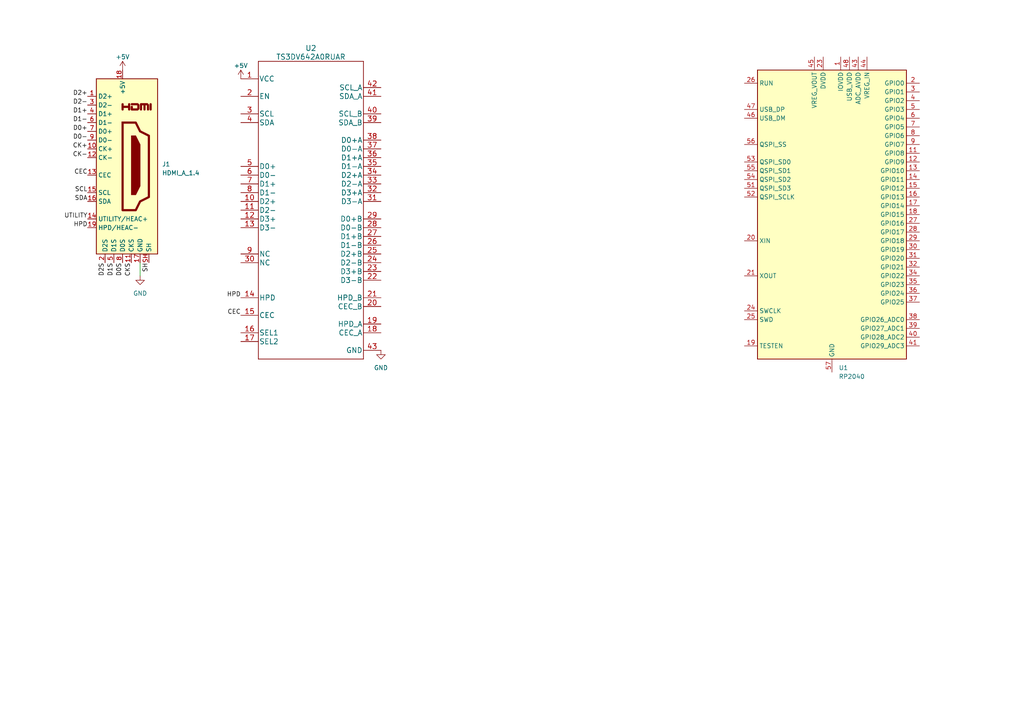
<source format=kicad_sch>
(kicad_sch (version 20230121) (generator eeschema)

  (uuid d586f62c-70f9-4a03-8772-c7cf6a61a9d8)

  (paper "A4")

  (lib_symbols
    (symbol "Connector:HDMI_A_1.4" (in_bom yes) (on_board yes)
      (property "Reference" "J" (at -6.35 26.67 0)
        (effects (font (size 1.27 1.27)))
      )
      (property "Value" "HDMI_A_1.4" (at 10.16 26.67 0)
        (effects (font (size 1.27 1.27)))
      )
      (property "Footprint" "" (at 0.635 0 0)
        (effects (font (size 1.27 1.27)) hide)
      )
      (property "Datasheet" "https://en.wikipedia.org/wiki/HDMI" (at 0.635 0 0)
        (effects (font (size 1.27 1.27)) hide)
      )
      (property "ki_keywords" "hdmi conn" (at 0 0 0)
        (effects (font (size 1.27 1.27)) hide)
      )
      (property "ki_description" "HDMI 1.4+ type A connector" (at 0 0 0)
        (effects (font (size 1.27 1.27)) hide)
      )
      (property "ki_fp_filters" "HDMI*A*" (at 0 0 0)
        (effects (font (size 1.27 1.27)) hide)
      )
      (symbol "HDMI_A_1.4_0_0"
        (polyline
          (pts
            (xy 8.128 16.51)
            (xy 8.128 18.034)
          )
          (stroke (width 0.635) (type default))
          (fill (type none))
        )
        (polyline
          (pts
            (xy 0 16.51)
            (xy 0 18.034)
            (xy 0 17.272)
            (xy 1.905 17.272)
            (xy 1.905 18.034)
            (xy 1.905 16.51)
          )
          (stroke (width 0.635) (type default))
          (fill (type none))
        )
        (polyline
          (pts
            (xy 2.667 18.034)
            (xy 4.318 18.034)
            (xy 4.572 17.78)
            (xy 4.572 16.764)
            (xy 4.318 16.51)
            (xy 2.667 16.51)
            (xy 2.667 17.272)
          )
          (stroke (width 0.635) (type default))
          (fill (type none))
        )
      )
      (symbol "HDMI_A_1.4_0_1"
        (rectangle (start -7.62 25.4) (end 10.16 -25.4)
          (stroke (width 0.254) (type default))
          (fill (type background))
        )
        (polyline
          (pts
            (xy 2.54 8.89)
            (xy 3.81 8.89)
            (xy 5.08 6.35)
            (xy 5.08 -5.715)
            (xy 3.81 -8.255)
            (xy 2.54 -8.255)
            (xy 2.54 8.89)
          )
          (stroke (width 0) (type default))
          (fill (type outline))
        )
        (polyline
          (pts
            (xy 5.334 16.51)
            (xy 5.334 18.034)
            (xy 6.35 18.034)
            (xy 6.35 16.51)
            (xy 6.35 18.034)
            (xy 7.112 18.034)
            (xy 7.366 17.78)
            (xy 7.366 16.51)
          )
          (stroke (width 0.635) (type default))
          (fill (type none))
        )
        (polyline
          (pts
            (xy 0 12.7)
            (xy 0 -12.7)
            (xy 3.81 -12.7)
            (xy 5.08 -10.16)
            (xy 7.62 -8.89)
            (xy 7.62 8.89)
            (xy 5.08 10.16)
            (xy 3.81 12.7)
            (xy 0 12.7)
          )
          (stroke (width 0.635) (type default))
          (fill (type none))
        )
      )
      (symbol "HDMI_A_1.4_1_1"
        (pin passive line (at -10.16 20.32 0) (length 2.54)
          (name "D2+" (effects (font (size 1.27 1.27))))
          (number "1" (effects (font (size 1.27 1.27))))
        )
        (pin passive line (at -10.16 5.08 0) (length 2.54)
          (name "CK+" (effects (font (size 1.27 1.27))))
          (number "10" (effects (font (size 1.27 1.27))))
        )
        (pin power_in line (at 2.54 -27.94 90) (length 2.54)
          (name "CKS" (effects (font (size 1.27 1.27))))
          (number "11" (effects (font (size 1.27 1.27))))
        )
        (pin passive line (at -10.16 2.54 0) (length 2.54)
          (name "CK-" (effects (font (size 1.27 1.27))))
          (number "12" (effects (font (size 1.27 1.27))))
        )
        (pin bidirectional line (at -10.16 -2.54 0) (length 2.54)
          (name "CEC" (effects (font (size 1.27 1.27))))
          (number "13" (effects (font (size 1.27 1.27))))
        )
        (pin passive line (at -10.16 -15.24 0) (length 2.54)
          (name "UTILITY/HEAC+" (effects (font (size 1.27 1.27))))
          (number "14" (effects (font (size 1.27 1.27))))
        )
        (pin passive line (at -10.16 -7.62 0) (length 2.54)
          (name "SCL" (effects (font (size 1.27 1.27))))
          (number "15" (effects (font (size 1.27 1.27))))
        )
        (pin bidirectional line (at -10.16 -10.16 0) (length 2.54)
          (name "SDA" (effects (font (size 1.27 1.27))))
          (number "16" (effects (font (size 1.27 1.27))))
        )
        (pin power_in line (at 5.08 -27.94 90) (length 2.54)
          (name "GND" (effects (font (size 1.27 1.27))))
          (number "17" (effects (font (size 1.27 1.27))))
        )
        (pin power_in line (at 0 27.94 270) (length 2.54)
          (name "+5V" (effects (font (size 1.27 1.27))))
          (number "18" (effects (font (size 1.27 1.27))))
        )
        (pin passive line (at -10.16 -17.78 0) (length 2.54)
          (name "HPD/HEAC-" (effects (font (size 1.27 1.27))))
          (number "19" (effects (font (size 1.27 1.27))))
        )
        (pin power_in line (at -5.08 -27.94 90) (length 2.54)
          (name "D2S" (effects (font (size 1.27 1.27))))
          (number "2" (effects (font (size 1.27 1.27))))
        )
        (pin passive line (at -10.16 17.78 0) (length 2.54)
          (name "D2-" (effects (font (size 1.27 1.27))))
          (number "3" (effects (font (size 1.27 1.27))))
        )
        (pin passive line (at -10.16 15.24 0) (length 2.54)
          (name "D1+" (effects (font (size 1.27 1.27))))
          (number "4" (effects (font (size 1.27 1.27))))
        )
        (pin power_in line (at -2.54 -27.94 90) (length 2.54)
          (name "D1S" (effects (font (size 1.27 1.27))))
          (number "5" (effects (font (size 1.27 1.27))))
        )
        (pin passive line (at -10.16 12.7 0) (length 2.54)
          (name "D1-" (effects (font (size 1.27 1.27))))
          (number "6" (effects (font (size 1.27 1.27))))
        )
        (pin passive line (at -10.16 10.16 0) (length 2.54)
          (name "D0+" (effects (font (size 1.27 1.27))))
          (number "7" (effects (font (size 1.27 1.27))))
        )
        (pin power_in line (at 0 -27.94 90) (length 2.54)
          (name "D0S" (effects (font (size 1.27 1.27))))
          (number "8" (effects (font (size 1.27 1.27))))
        )
        (pin passive line (at -10.16 7.62 0) (length 2.54)
          (name "D0-" (effects (font (size 1.27 1.27))))
          (number "9" (effects (font (size 1.27 1.27))))
        )
        (pin passive line (at 7.62 -27.94 90) (length 2.54)
          (name "SH" (effects (font (size 1.27 1.27))))
          (number "SH" (effects (font (size 1.27 1.27))))
        )
      )
    )
    (symbol "MCU_RaspberryPi:RP2040" (in_bom yes) (on_board yes)
      (property "Reference" "U" (at 17.78 45.72 0)
        (effects (font (size 1.27 1.27)))
      )
      (property "Value" "RP2040" (at 17.78 43.18 0)
        (effects (font (size 1.27 1.27)))
      )
      (property "Footprint" "Package_DFN_QFN:QFN-56-1EP_7x7mm_P0.4mm_EP3.2x3.2mm" (at 0 0 0)
        (effects (font (size 1.27 1.27)) hide)
      )
      (property "Datasheet" "https://datasheets.raspberrypi.com/rp2040/rp2040-datasheet.pdf" (at 0 0 0)
        (effects (font (size 1.27 1.27)) hide)
      )
      (property "ki_keywords" "RP2040 ARM Cortex-M0+ USB" (at 0 0 0)
        (effects (font (size 1.27 1.27)) hide)
      )
      (property "ki_description" "A microcontroller by Raspberry Pi" (at 0 0 0)
        (effects (font (size 1.27 1.27)) hide)
      )
      (property "ki_fp_filters" "QFN*1EP*7x7mm?P0.4mm*" (at 0 0 0)
        (effects (font (size 1.27 1.27)) hide)
      )
      (symbol "RP2040_0_1"
        (rectangle (start -21.59 41.91) (end 21.59 -41.91)
          (stroke (width 0.254) (type default))
          (fill (type background))
        )
      )
      (symbol "RP2040_1_1"
        (pin power_in line (at 2.54 45.72 270) (length 3.81)
          (name "IOVDD" (effects (font (size 1.27 1.27))))
          (number "1" (effects (font (size 1.27 1.27))))
        )
        (pin passive line (at 2.54 45.72 270) (length 3.81) hide
          (name "IOVDD" (effects (font (size 1.27 1.27))))
          (number "10" (effects (font (size 1.27 1.27))))
        )
        (pin bidirectional line (at 25.4 17.78 180) (length 3.81)
          (name "GPIO8" (effects (font (size 1.27 1.27))))
          (number "11" (effects (font (size 1.27 1.27))))
        )
        (pin bidirectional line (at 25.4 15.24 180) (length 3.81)
          (name "GPIO9" (effects (font (size 1.27 1.27))))
          (number "12" (effects (font (size 1.27 1.27))))
        )
        (pin bidirectional line (at 25.4 12.7 180) (length 3.81)
          (name "GPIO10" (effects (font (size 1.27 1.27))))
          (number "13" (effects (font (size 1.27 1.27))))
        )
        (pin bidirectional line (at 25.4 10.16 180) (length 3.81)
          (name "GPIO11" (effects (font (size 1.27 1.27))))
          (number "14" (effects (font (size 1.27 1.27))))
        )
        (pin bidirectional line (at 25.4 7.62 180) (length 3.81)
          (name "GPIO12" (effects (font (size 1.27 1.27))))
          (number "15" (effects (font (size 1.27 1.27))))
        )
        (pin bidirectional line (at 25.4 5.08 180) (length 3.81)
          (name "GPIO13" (effects (font (size 1.27 1.27))))
          (number "16" (effects (font (size 1.27 1.27))))
        )
        (pin bidirectional line (at 25.4 2.54 180) (length 3.81)
          (name "GPIO14" (effects (font (size 1.27 1.27))))
          (number "17" (effects (font (size 1.27 1.27))))
        )
        (pin bidirectional line (at 25.4 0 180) (length 3.81)
          (name "GPIO15" (effects (font (size 1.27 1.27))))
          (number "18" (effects (font (size 1.27 1.27))))
        )
        (pin input line (at -25.4 -38.1 0) (length 3.81)
          (name "TESTEN" (effects (font (size 1.27 1.27))))
          (number "19" (effects (font (size 1.27 1.27))))
        )
        (pin bidirectional line (at 25.4 38.1 180) (length 3.81)
          (name "GPIO0" (effects (font (size 1.27 1.27))))
          (number "2" (effects (font (size 1.27 1.27))))
        )
        (pin input line (at -25.4 -7.62 0) (length 3.81)
          (name "XIN" (effects (font (size 1.27 1.27))))
          (number "20" (effects (font (size 1.27 1.27))))
        )
        (pin passive line (at -25.4 -17.78 0) (length 3.81)
          (name "XOUT" (effects (font (size 1.27 1.27))))
          (number "21" (effects (font (size 1.27 1.27))))
        )
        (pin passive line (at 2.54 45.72 270) (length 3.81) hide
          (name "IOVDD" (effects (font (size 1.27 1.27))))
          (number "22" (effects (font (size 1.27 1.27))))
        )
        (pin power_in line (at -2.54 45.72 270) (length 3.81)
          (name "DVDD" (effects (font (size 1.27 1.27))))
          (number "23" (effects (font (size 1.27 1.27))))
        )
        (pin output line (at -25.4 -27.94 0) (length 3.81)
          (name "SWCLK" (effects (font (size 1.27 1.27))))
          (number "24" (effects (font (size 1.27 1.27))))
        )
        (pin bidirectional line (at -25.4 -30.48 0) (length 3.81)
          (name "SWD" (effects (font (size 1.27 1.27))))
          (number "25" (effects (font (size 1.27 1.27))))
        )
        (pin input line (at -25.4 38.1 0) (length 3.81)
          (name "RUN" (effects (font (size 1.27 1.27))))
          (number "26" (effects (font (size 1.27 1.27))))
        )
        (pin bidirectional line (at 25.4 -2.54 180) (length 3.81)
          (name "GPIO16" (effects (font (size 1.27 1.27))))
          (number "27" (effects (font (size 1.27 1.27))))
        )
        (pin bidirectional line (at 25.4 -5.08 180) (length 3.81)
          (name "GPIO17" (effects (font (size 1.27 1.27))))
          (number "28" (effects (font (size 1.27 1.27))))
        )
        (pin bidirectional line (at 25.4 -7.62 180) (length 3.81)
          (name "GPIO18" (effects (font (size 1.27 1.27))))
          (number "29" (effects (font (size 1.27 1.27))))
        )
        (pin bidirectional line (at 25.4 35.56 180) (length 3.81)
          (name "GPIO1" (effects (font (size 1.27 1.27))))
          (number "3" (effects (font (size 1.27 1.27))))
        )
        (pin bidirectional line (at 25.4 -10.16 180) (length 3.81)
          (name "GPIO19" (effects (font (size 1.27 1.27))))
          (number "30" (effects (font (size 1.27 1.27))))
        )
        (pin bidirectional line (at 25.4 -12.7 180) (length 3.81)
          (name "GPIO20" (effects (font (size 1.27 1.27))))
          (number "31" (effects (font (size 1.27 1.27))))
        )
        (pin bidirectional line (at 25.4 -15.24 180) (length 3.81)
          (name "GPIO21" (effects (font (size 1.27 1.27))))
          (number "32" (effects (font (size 1.27 1.27))))
        )
        (pin passive line (at 2.54 45.72 270) (length 3.81) hide
          (name "IOVDD" (effects (font (size 1.27 1.27))))
          (number "33" (effects (font (size 1.27 1.27))))
        )
        (pin bidirectional line (at 25.4 -17.78 180) (length 3.81)
          (name "GPIO22" (effects (font (size 1.27 1.27))))
          (number "34" (effects (font (size 1.27 1.27))))
        )
        (pin bidirectional line (at 25.4 -20.32 180) (length 3.81)
          (name "GPIO23" (effects (font (size 1.27 1.27))))
          (number "35" (effects (font (size 1.27 1.27))))
        )
        (pin bidirectional line (at 25.4 -22.86 180) (length 3.81)
          (name "GPIO24" (effects (font (size 1.27 1.27))))
          (number "36" (effects (font (size 1.27 1.27))))
        )
        (pin bidirectional line (at 25.4 -25.4 180) (length 3.81)
          (name "GPIO25" (effects (font (size 1.27 1.27))))
          (number "37" (effects (font (size 1.27 1.27))))
        )
        (pin bidirectional line (at 25.4 -30.48 180) (length 3.81)
          (name "GPIO26_ADC0" (effects (font (size 1.27 1.27))))
          (number "38" (effects (font (size 1.27 1.27))))
        )
        (pin bidirectional line (at 25.4 -33.02 180) (length 3.81)
          (name "GPIO27_ADC1" (effects (font (size 1.27 1.27))))
          (number "39" (effects (font (size 1.27 1.27))))
        )
        (pin bidirectional line (at 25.4 33.02 180) (length 3.81)
          (name "GPIO2" (effects (font (size 1.27 1.27))))
          (number "4" (effects (font (size 1.27 1.27))))
        )
        (pin bidirectional line (at 25.4 -35.56 180) (length 3.81)
          (name "GPIO28_ADC2" (effects (font (size 1.27 1.27))))
          (number "40" (effects (font (size 1.27 1.27))))
        )
        (pin bidirectional line (at 25.4 -38.1 180) (length 3.81)
          (name "GPIO29_ADC3" (effects (font (size 1.27 1.27))))
          (number "41" (effects (font (size 1.27 1.27))))
        )
        (pin passive line (at 2.54 45.72 270) (length 3.81) hide
          (name "IOVDD" (effects (font (size 1.27 1.27))))
          (number "42" (effects (font (size 1.27 1.27))))
        )
        (pin power_in line (at 7.62 45.72 270) (length 3.81)
          (name "ADC_AVDD" (effects (font (size 1.27 1.27))))
          (number "43" (effects (font (size 1.27 1.27))))
        )
        (pin power_in line (at 10.16 45.72 270) (length 3.81)
          (name "VREG_IN" (effects (font (size 1.27 1.27))))
          (number "44" (effects (font (size 1.27 1.27))))
        )
        (pin power_out line (at -5.08 45.72 270) (length 3.81)
          (name "VREG_VOUT" (effects (font (size 1.27 1.27))))
          (number "45" (effects (font (size 1.27 1.27))))
        )
        (pin bidirectional line (at -25.4 27.94 0) (length 3.81)
          (name "USB_DM" (effects (font (size 1.27 1.27))))
          (number "46" (effects (font (size 1.27 1.27))))
        )
        (pin bidirectional line (at -25.4 30.48 0) (length 3.81)
          (name "USB_DP" (effects (font (size 1.27 1.27))))
          (number "47" (effects (font (size 1.27 1.27))))
        )
        (pin power_in line (at 5.08 45.72 270) (length 3.81)
          (name "USB_VDD" (effects (font (size 1.27 1.27))))
          (number "48" (effects (font (size 1.27 1.27))))
        )
        (pin passive line (at 2.54 45.72 270) (length 3.81) hide
          (name "IOVDD" (effects (font (size 1.27 1.27))))
          (number "49" (effects (font (size 1.27 1.27))))
        )
        (pin bidirectional line (at 25.4 30.48 180) (length 3.81)
          (name "GPIO3" (effects (font (size 1.27 1.27))))
          (number "5" (effects (font (size 1.27 1.27))))
        )
        (pin passive line (at -2.54 45.72 270) (length 3.81) hide
          (name "DVDD" (effects (font (size 1.27 1.27))))
          (number "50" (effects (font (size 1.27 1.27))))
        )
        (pin bidirectional line (at -25.4 7.62 0) (length 3.81)
          (name "QSPI_SD3" (effects (font (size 1.27 1.27))))
          (number "51" (effects (font (size 1.27 1.27))))
        )
        (pin output line (at -25.4 5.08 0) (length 3.81)
          (name "QSPI_SCLK" (effects (font (size 1.27 1.27))))
          (number "52" (effects (font (size 1.27 1.27))))
        )
        (pin bidirectional line (at -25.4 15.24 0) (length 3.81)
          (name "QSPI_SD0" (effects (font (size 1.27 1.27))))
          (number "53" (effects (font (size 1.27 1.27))))
        )
        (pin bidirectional line (at -25.4 10.16 0) (length 3.81)
          (name "QSPI_SD2" (effects (font (size 1.27 1.27))))
          (number "54" (effects (font (size 1.27 1.27))))
        )
        (pin bidirectional line (at -25.4 12.7 0) (length 3.81)
          (name "QSPI_SD1" (effects (font (size 1.27 1.27))))
          (number "55" (effects (font (size 1.27 1.27))))
        )
        (pin bidirectional line (at -25.4 20.32 0) (length 3.81)
          (name "QSPI_SS" (effects (font (size 1.27 1.27))))
          (number "56" (effects (font (size 1.27 1.27))))
        )
        (pin power_in line (at 0 -45.72 90) (length 3.81)
          (name "GND" (effects (font (size 1.27 1.27))))
          (number "57" (effects (font (size 1.27 1.27))))
        )
        (pin bidirectional line (at 25.4 27.94 180) (length 3.81)
          (name "GPIO4" (effects (font (size 1.27 1.27))))
          (number "6" (effects (font (size 1.27 1.27))))
        )
        (pin bidirectional line (at 25.4 25.4 180) (length 3.81)
          (name "GPIO5" (effects (font (size 1.27 1.27))))
          (number "7" (effects (font (size 1.27 1.27))))
        )
        (pin bidirectional line (at 25.4 22.86 180) (length 3.81)
          (name "GPIO6" (effects (font (size 1.27 1.27))))
          (number "8" (effects (font (size 1.27 1.27))))
        )
        (pin bidirectional line (at 25.4 20.32 180) (length 3.81)
          (name "GPIO7" (effects (font (size 1.27 1.27))))
          (number "9" (effects (font (size 1.27 1.27))))
        )
      )
    )
    (symbol "TS3DV642:TS3DV642A0RUAR" (pin_names (offset 0.254)) (in_bom yes) (on_board yes)
      (property "Reference" "U" (at 0 2.54 0)
        (effects (font (size 1.524 1.524)))
      )
      (property "Value" "TS3DV642A0RUAR" (at 0 0 0)
        (effects (font (size 1.524 1.524)))
      )
      (property "Footprint" "RUA0042A" (at 0 -1.524 0)
        (effects (font (size 1.524 1.524)) hide)
      )
      (property "Datasheet" "" (at 0 0 0)
        (effects (font (size 1.524 1.524)))
      )
      (property "ki_locked" "" (at 0 0 0)
        (effects (font (size 1.27 1.27)))
      )
      (property "ki_fp_filters" "RUA0042A" (at 0 0 0)
        (effects (font (size 1.27 1.27)) hide)
      )
      (symbol "TS3DV642A0RUAR_1_1"
        (polyline
          (pts
            (xy -15.24 -43.18)
            (xy 15.24 -43.18)
          )
          (stroke (width 0.2032) (type solid))
          (fill (type none))
        )
        (polyline
          (pts
            (xy -15.24 43.18)
            (xy -15.24 -43.18)
          )
          (stroke (width 0.2032) (type solid))
          (fill (type none))
        )
        (polyline
          (pts
            (xy 15.24 -43.18)
            (xy 15.24 43.18)
          )
          (stroke (width 0.2032) (type solid))
          (fill (type none))
        )
        (polyline
          (pts
            (xy 15.24 43.18)
            (xy -15.24 43.18)
          )
          (stroke (width 0.2032) (type solid))
          (fill (type none))
        )
        (pin power_in line (at -20.32 38.1 0) (length 5.08)
          (name "VCC" (effects (font (size 1.4986 1.4986))))
          (number "1" (effects (font (size 1.4986 1.4986))))
        )
        (pin bidirectional line (at -20.32 2.54 0) (length 5.08)
          (name "D2+" (effects (font (size 1.4986 1.4986))))
          (number "10" (effects (font (size 1.4986 1.4986))))
        )
        (pin bidirectional line (at -20.32 0 0) (length 5.08)
          (name "D2-" (effects (font (size 1.4986 1.4986))))
          (number "11" (effects (font (size 1.4986 1.4986))))
        )
        (pin bidirectional line (at -20.32 -2.54 0) (length 5.08)
          (name "D3+" (effects (font (size 1.4986 1.4986))))
          (number "12" (effects (font (size 1.4986 1.4986))))
        )
        (pin bidirectional line (at -20.32 -5.08 0) (length 5.08)
          (name "D3-" (effects (font (size 1.4986 1.4986))))
          (number "13" (effects (font (size 1.4986 1.4986))))
        )
        (pin bidirectional line (at -20.32 -25.4 0) (length 5.08)
          (name "HPD" (effects (font (size 1.4986 1.4986))))
          (number "14" (effects (font (size 1.4986 1.4986))))
        )
        (pin bidirectional line (at -20.32 -30.48 0) (length 5.08)
          (name "CEC" (effects (font (size 1.4986 1.4986))))
          (number "15" (effects (font (size 1.4986 1.4986))))
        )
        (pin input line (at -20.32 -35.56 0) (length 5.08)
          (name "SEL1" (effects (font (size 1.4986 1.4986))))
          (number "16" (effects (font (size 1.4986 1.4986))))
        )
        (pin input line (at -20.32 -38.1 0) (length 5.08)
          (name "SEL2" (effects (font (size 1.4986 1.4986))))
          (number "17" (effects (font (size 1.4986 1.4986))))
        )
        (pin bidirectional line (at 20.32 -35.56 180) (length 5.08)
          (name "CEC_A" (effects (font (size 1.4986 1.4986))))
          (number "18" (effects (font (size 1.4986 1.4986))))
        )
        (pin bidirectional line (at 20.32 -33.02 180) (length 5.08)
          (name "HPD_A" (effects (font (size 1.4986 1.4986))))
          (number "19" (effects (font (size 1.4986 1.4986))))
        )
        (pin input line (at -20.32 33.02 0) (length 5.08)
          (name "EN" (effects (font (size 1.4986 1.4986))))
          (number "2" (effects (font (size 1.4986 1.4986))))
        )
        (pin bidirectional line (at 20.32 -27.94 180) (length 5.08)
          (name "CEC_B" (effects (font (size 1.4986 1.4986))))
          (number "20" (effects (font (size 1.4986 1.4986))))
        )
        (pin bidirectional line (at 20.32 -25.4 180) (length 5.08)
          (name "HPD_B" (effects (font (size 1.4986 1.4986))))
          (number "21" (effects (font (size 1.4986 1.4986))))
        )
        (pin bidirectional line (at 20.32 -20.32 180) (length 5.08)
          (name "D3-B" (effects (font (size 1.4986 1.4986))))
          (number "22" (effects (font (size 1.4986 1.4986))))
        )
        (pin bidirectional line (at 20.32 -17.78 180) (length 5.08)
          (name "D3+B" (effects (font (size 1.4986 1.4986))))
          (number "23" (effects (font (size 1.4986 1.4986))))
        )
        (pin bidirectional line (at 20.32 -15.24 180) (length 5.08)
          (name "D2-B" (effects (font (size 1.4986 1.4986))))
          (number "24" (effects (font (size 1.4986 1.4986))))
        )
        (pin bidirectional line (at 20.32 -12.7 180) (length 5.08)
          (name "D2+B" (effects (font (size 1.4986 1.4986))))
          (number "25" (effects (font (size 1.4986 1.4986))))
        )
        (pin bidirectional line (at 20.32 -10.16 180) (length 5.08)
          (name "D1-B" (effects (font (size 1.4986 1.4986))))
          (number "26" (effects (font (size 1.4986 1.4986))))
        )
        (pin bidirectional line (at 20.32 -7.62 180) (length 5.08)
          (name "D1+B" (effects (font (size 1.4986 1.4986))))
          (number "27" (effects (font (size 1.4986 1.4986))))
        )
        (pin bidirectional line (at 20.32 -5.08 180) (length 5.08)
          (name "D0-B" (effects (font (size 1.4986 1.4986))))
          (number "28" (effects (font (size 1.4986 1.4986))))
        )
        (pin bidirectional line (at 20.32 -2.54 180) (length 5.08)
          (name "D0+B" (effects (font (size 1.4986 1.4986))))
          (number "29" (effects (font (size 1.4986 1.4986))))
        )
        (pin bidirectional line (at -20.32 27.94 0) (length 5.08)
          (name "SCL" (effects (font (size 1.4986 1.4986))))
          (number "3" (effects (font (size 1.4986 1.4986))))
        )
        (pin unspecified line (at -20.32 -15.24 0) (length 5.08)
          (name "NC" (effects (font (size 1.4986 1.4986))))
          (number "30" (effects (font (size 1.4986 1.4986))))
        )
        (pin bidirectional line (at 20.32 2.54 180) (length 5.08)
          (name "D3-A" (effects (font (size 1.4986 1.4986))))
          (number "31" (effects (font (size 1.4986 1.4986))))
        )
        (pin bidirectional line (at 20.32 5.08 180) (length 5.08)
          (name "D3+A" (effects (font (size 1.4986 1.4986))))
          (number "32" (effects (font (size 1.4986 1.4986))))
        )
        (pin bidirectional line (at 20.32 7.62 180) (length 5.08)
          (name "D2-A" (effects (font (size 1.4986 1.4986))))
          (number "33" (effects (font (size 1.4986 1.4986))))
        )
        (pin bidirectional line (at 20.32 10.16 180) (length 5.08)
          (name "D2+A" (effects (font (size 1.4986 1.4986))))
          (number "34" (effects (font (size 1.4986 1.4986))))
        )
        (pin bidirectional line (at 20.32 12.7 180) (length 5.08)
          (name "D1-A" (effects (font (size 1.4986 1.4986))))
          (number "35" (effects (font (size 1.4986 1.4986))))
        )
        (pin bidirectional line (at 20.32 15.24 180) (length 5.08)
          (name "D1+A" (effects (font (size 1.4986 1.4986))))
          (number "36" (effects (font (size 1.4986 1.4986))))
        )
        (pin bidirectional line (at 20.32 17.78 180) (length 5.08)
          (name "D0-A" (effects (font (size 1.4986 1.4986))))
          (number "37" (effects (font (size 1.4986 1.4986))))
        )
        (pin bidirectional line (at 20.32 20.32 180) (length 5.08)
          (name "D0+A" (effects (font (size 1.4986 1.4986))))
          (number "38" (effects (font (size 1.4986 1.4986))))
        )
        (pin bidirectional line (at 20.32 25.4 180) (length 5.08)
          (name "SDA_B" (effects (font (size 1.4986 1.4986))))
          (number "39" (effects (font (size 1.4986 1.4986))))
        )
        (pin bidirectional line (at -20.32 25.4 0) (length 5.08)
          (name "SDA" (effects (font (size 1.4986 1.4986))))
          (number "4" (effects (font (size 1.4986 1.4986))))
        )
        (pin bidirectional line (at 20.32 27.94 180) (length 5.08)
          (name "SCL_B" (effects (font (size 1.4986 1.4986))))
          (number "40" (effects (font (size 1.4986 1.4986))))
        )
        (pin bidirectional line (at 20.32 33.02 180) (length 5.08)
          (name "SDA_A" (effects (font (size 1.4986 1.4986))))
          (number "41" (effects (font (size 1.4986 1.4986))))
        )
        (pin bidirectional line (at 20.32 35.56 180) (length 5.08)
          (name "SCL_A" (effects (font (size 1.4986 1.4986))))
          (number "42" (effects (font (size 1.4986 1.4986))))
        )
        (pin power_in line (at 20.32 -40.64 180) (length 5.08)
          (name "GND" (effects (font (size 1.4986 1.4986))))
          (number "43" (effects (font (size 1.4986 1.4986))))
        )
        (pin bidirectional line (at -20.32 12.7 0) (length 5.08)
          (name "D0+" (effects (font (size 1.4986 1.4986))))
          (number "5" (effects (font (size 1.4986 1.4986))))
        )
        (pin bidirectional line (at -20.32 10.16 0) (length 5.08)
          (name "D0-" (effects (font (size 1.4986 1.4986))))
          (number "6" (effects (font (size 1.4986 1.4986))))
        )
        (pin bidirectional line (at -20.32 7.62 0) (length 5.08)
          (name "D1+" (effects (font (size 1.4986 1.4986))))
          (number "7" (effects (font (size 1.4986 1.4986))))
        )
        (pin bidirectional line (at -20.32 5.08 0) (length 5.08)
          (name "D1-" (effects (font (size 1.4986 1.4986))))
          (number "8" (effects (font (size 1.4986 1.4986))))
        )
        (pin unspecified line (at -20.32 -12.7 0) (length 5.08)
          (name "NC" (effects (font (size 1.4986 1.4986))))
          (number "9" (effects (font (size 1.4986 1.4986))))
        )
      )
    )
    (symbol "power:+5V" (power) (pin_names (offset 0)) (in_bom yes) (on_board yes)
      (property "Reference" "#PWR" (at 0 -3.81 0)
        (effects (font (size 1.27 1.27)) hide)
      )
      (property "Value" "+5V" (at 0 3.556 0)
        (effects (font (size 1.27 1.27)))
      )
      (property "Footprint" "" (at 0 0 0)
        (effects (font (size 1.27 1.27)) hide)
      )
      (property "Datasheet" "" (at 0 0 0)
        (effects (font (size 1.27 1.27)) hide)
      )
      (property "ki_keywords" "global power" (at 0 0 0)
        (effects (font (size 1.27 1.27)) hide)
      )
      (property "ki_description" "Power symbol creates a global label with name \"+5V\"" (at 0 0 0)
        (effects (font (size 1.27 1.27)) hide)
      )
      (symbol "+5V_0_1"
        (polyline
          (pts
            (xy -0.762 1.27)
            (xy 0 2.54)
          )
          (stroke (width 0) (type default))
          (fill (type none))
        )
        (polyline
          (pts
            (xy 0 0)
            (xy 0 2.54)
          )
          (stroke (width 0) (type default))
          (fill (type none))
        )
        (polyline
          (pts
            (xy 0 2.54)
            (xy 0.762 1.27)
          )
          (stroke (width 0) (type default))
          (fill (type none))
        )
      )
      (symbol "+5V_1_1"
        (pin power_in line (at 0 0 90) (length 0) hide
          (name "+5V" (effects (font (size 1.27 1.27))))
          (number "1" (effects (font (size 1.27 1.27))))
        )
      )
    )
    (symbol "power:GND" (power) (pin_names (offset 0)) (in_bom yes) (on_board yes)
      (property "Reference" "#PWR" (at 0 -6.35 0)
        (effects (font (size 1.27 1.27)) hide)
      )
      (property "Value" "GND" (at 0 -3.81 0)
        (effects (font (size 1.27 1.27)))
      )
      (property "Footprint" "" (at 0 0 0)
        (effects (font (size 1.27 1.27)) hide)
      )
      (property "Datasheet" "" (at 0 0 0)
        (effects (font (size 1.27 1.27)) hide)
      )
      (property "ki_keywords" "global power" (at 0 0 0)
        (effects (font (size 1.27 1.27)) hide)
      )
      (property "ki_description" "Power symbol creates a global label with name \"GND\" , ground" (at 0 0 0)
        (effects (font (size 1.27 1.27)) hide)
      )
      (symbol "GND_0_1"
        (polyline
          (pts
            (xy 0 0)
            (xy 0 -1.27)
            (xy 1.27 -1.27)
            (xy 0 -2.54)
            (xy -1.27 -1.27)
            (xy 0 -1.27)
          )
          (stroke (width 0) (type default))
          (fill (type none))
        )
      )
      (symbol "GND_1_1"
        (pin power_in line (at 0 0 270) (length 0) hide
          (name "GND" (effects (font (size 1.27 1.27))))
          (number "1" (effects (font (size 1.27 1.27))))
        )
      )
    )
  )


  (wire (pts (xy 40.64 80.01) (xy 40.64 76.2))
    (stroke (width 0) (type default))
    (uuid 684be6b8-e65e-4fbe-beac-b66bf01f0aca)
  )

  (label "SH" (at 43.18 76.2 270) (fields_autoplaced)
    (effects (font (size 1.27 1.27)) (justify right bottom))
    (uuid 008eb471-cd75-4538-86e4-5fa18bd926b8)
  )
  (label "CEC" (at 25.4 50.8 180) (fields_autoplaced)
    (effects (font (size 1.27 1.27)) (justify right bottom))
    (uuid 13b9df91-06ec-41c7-aa90-bec19bc52290)
  )
  (label "D1S" (at 33.02 76.2 270) (fields_autoplaced)
    (effects (font (size 1.27 1.27)) (justify right bottom))
    (uuid 15ecf201-4682-4a53-ba70-3f7b4435d6c6)
  )
  (label "SDA" (at 25.4 58.42 180) (fields_autoplaced)
    (effects (font (size 1.27 1.27)) (justify right bottom))
    (uuid 1cb76626-3cf2-41d6-bc90-74313a423190)
  )
  (label "D0+" (at 25.4 38.1 180) (fields_autoplaced)
    (effects (font (size 1.27 1.27)) (justify right bottom))
    (uuid 1df71cb0-77dd-4e69-9bc0-642d46e2cefe)
  )
  (label "D0S" (at 35.56 76.2 270) (fields_autoplaced)
    (effects (font (size 1.27 1.27)) (justify right bottom))
    (uuid 1f4d0c77-dfce-4557-8b88-31f2e119b778)
  )
  (label "SCL" (at 25.4 55.88 180) (fields_autoplaced)
    (effects (font (size 1.27 1.27)) (justify right bottom))
    (uuid 2a960efc-62c4-454a-80f4-95cd0f568b04)
  )
  (label "UTILITY" (at 25.4 63.5 180) (fields_autoplaced)
    (effects (font (size 1.27 1.27)) (justify right bottom))
    (uuid 44a92181-94ba-47cb-a239-c5dd7af7a41b)
  )
  (label "D2S" (at 30.48 76.2 270) (fields_autoplaced)
    (effects (font (size 1.27 1.27)) (justify right bottom))
    (uuid 46e7d3cb-ae78-4716-8ba0-1568283ea634)
  )
  (label "D2-" (at 25.4 30.48 180) (fields_autoplaced)
    (effects (font (size 1.27 1.27)) (justify right bottom))
    (uuid 4e2f673f-9ffb-4542-856f-31adff948e01)
  )
  (label "D1-" (at 25.4 35.56 180) (fields_autoplaced)
    (effects (font (size 1.27 1.27)) (justify right bottom))
    (uuid 57d9f113-41fe-424e-ac98-e10549ea2468)
  )
  (label "D0-" (at 25.4 40.64 180) (fields_autoplaced)
    (effects (font (size 1.27 1.27)) (justify right bottom))
    (uuid 800e62b5-1c9c-4d74-8fbc-63e89b35bfaf)
  )
  (label "HPD" (at 69.85 86.36 180) (fields_autoplaced)
    (effects (font (size 1.27 1.27)) (justify right bottom))
    (uuid 8c55d5fe-07f8-4450-aa9d-45f2e7eff27c)
  )
  (label "HPD" (at 25.4 66.04 180) (fields_autoplaced)
    (effects (font (size 1.27 1.27)) (justify right bottom))
    (uuid a0e057b1-58d8-4c9d-98e5-160f2cf92770)
  )
  (label "D1+" (at 25.4 33.02 180) (fields_autoplaced)
    (effects (font (size 1.27 1.27)) (justify right bottom))
    (uuid b11699f2-7666-4508-9fbc-300e66da4d9a)
  )
  (label "CEC" (at 69.85 91.44 180) (fields_autoplaced)
    (effects (font (size 1.27 1.27)) (justify right bottom))
    (uuid b5734623-4b95-42a7-84bc-ee0a4101461d)
  )
  (label "CK+" (at 25.4 43.18 180) (fields_autoplaced)
    (effects (font (size 1.27 1.27)) (justify right bottom))
    (uuid d321c4ec-6a25-43dd-acd3-83e3c5efdfe0)
  )
  (label "CKS" (at 38.1 76.2 270) (fields_autoplaced)
    (effects (font (size 1.27 1.27)) (justify right bottom))
    (uuid d352907b-f9ed-4e83-9a65-ca4cba2940af)
  )
  (label "D2+" (at 25.4 27.94 180) (fields_autoplaced)
    (effects (font (size 1.27 1.27)) (justify right bottom))
    (uuid dcd5e630-1029-4370-a80e-986ce802ffc1)
  )
  (label "CK-" (at 25.4 45.72 180) (fields_autoplaced)
    (effects (font (size 1.27 1.27)) (justify right bottom))
    (uuid fd75c77b-9e1e-4f18-bf4d-85d3aa534e2b)
  )

  (symbol (lib_id "power:GND") (at 40.64 80.01 0) (unit 1)
    (in_bom yes) (on_board yes) (dnp no) (fields_autoplaced)
    (uuid 03a0a584-28d4-4e28-8f93-63e7a84ae6dd)
    (property "Reference" "#PWR01" (at 40.64 86.36 0)
      (effects (font (size 1.27 1.27)) hide)
    )
    (property "Value" "GND" (at 40.64 85.09 0)
      (effects (font (size 1.27 1.27)))
    )
    (property "Footprint" "" (at 40.64 80.01 0)
      (effects (font (size 1.27 1.27)) hide)
    )
    (property "Datasheet" "" (at 40.64 80.01 0)
      (effects (font (size 1.27 1.27)) hide)
    )
    (pin "1" (uuid 9592733c-11ed-4b74-94b8-3589fee5b2f9))
    (instances
      (project "KVM2040"
        (path "/d586f62c-70f9-4a03-8772-c7cf6a61a9d8"
          (reference "#PWR01") (unit 1)
        )
      )
    )
  )

  (symbol (lib_id "MCU_RaspberryPi:RP2040") (at 241.3 62.23 0) (unit 1)
    (in_bom yes) (on_board yes) (dnp no) (fields_autoplaced)
    (uuid 4608b339-f04b-4038-b535-86253f757cfc)
    (property "Reference" "U1" (at 243.2559 106.68 0)
      (effects (font (size 1.27 1.27)) (justify left))
    )
    (property "Value" "RP2040" (at 243.2559 109.22 0)
      (effects (font (size 1.27 1.27)) (justify left))
    )
    (property "Footprint" "Package_DFN_QFN:QFN-56-1EP_7x7mm_P0.4mm_EP3.2x3.2mm" (at 241.3 62.23 0)
      (effects (font (size 1.27 1.27)) hide)
    )
    (property "Datasheet" "https://datasheets.raspberrypi.com/rp2040/rp2040-datasheet.pdf" (at 241.3 62.23 0)
      (effects (font (size 1.27 1.27)) hide)
    )
    (pin "1" (uuid 46a762b8-2f06-4c31-bda7-b871b3c88a20))
    (pin "10" (uuid ef6f3a88-18b7-44df-bfca-032027768641))
    (pin "11" (uuid c9b375ad-bb9a-4cfe-b803-7e2bc385e397))
    (pin "12" (uuid e3649aa4-e2a3-4714-b723-793228b9bba3))
    (pin "13" (uuid 0f1edaff-5d37-43f5-9d2e-e129ca4a2a49))
    (pin "14" (uuid f2d98f8f-1788-44b9-a71f-9b8cbc02374c))
    (pin "15" (uuid 6e4f303a-463d-4072-bf8d-5feed26b8c23))
    (pin "16" (uuid 44905b78-a084-4eb6-9ae5-6de08bf5735d))
    (pin "17" (uuid 0c0f04ae-eaca-4535-b6aa-b4a23c426048))
    (pin "18" (uuid 8f7b3f3a-185a-4efe-aacd-dffbd6e71b88))
    (pin "19" (uuid 7e59151c-c1e9-40ef-9e62-c1eca679271e))
    (pin "2" (uuid b53133f4-c836-4ed6-89fc-af0e326ef5b6))
    (pin "20" (uuid 4f2cbf89-bce1-4133-84b1-406befd9c222))
    (pin "21" (uuid 7280eab2-0549-47ab-adf9-32a1b8f172a1))
    (pin "22" (uuid 21f74f43-1a2d-433f-b9b2-5036456bc89a))
    (pin "23" (uuid 911e9ecb-d04f-4d85-9c30-1006096ac71c))
    (pin "24" (uuid 9f835411-1b4d-4be8-93dc-5d76dbf12f4f))
    (pin "25" (uuid 97f52a01-807a-43f7-a626-33bc7d9f0b4d))
    (pin "26" (uuid 4c082b45-e6d3-43fc-bbf7-516828e3cb7f))
    (pin "27" (uuid bf2dc981-62a4-49d8-8517-ce42323770c1))
    (pin "28" (uuid 5c1583f7-d6d1-402d-8e76-f8a3d4cb7ba9))
    (pin "29" (uuid 956691f7-0631-475a-90f9-f0c26e9fd2f1))
    (pin "3" (uuid 05dd9631-3d64-4289-8347-4ccbba9bc658))
    (pin "30" (uuid 0364ff7e-fd80-4834-bd7a-57c09fb3f525))
    (pin "31" (uuid 2b9ebafc-ca7c-4280-8bca-9c07507b0c8f))
    (pin "32" (uuid 90d01917-1305-464c-b93e-d34bced93978))
    (pin "33" (uuid 78d63ef4-67df-4434-a67c-9854174382dc))
    (pin "34" (uuid 971ba85e-e1e8-4cf8-a058-d55619674461))
    (pin "35" (uuid 1f5093ee-35c6-473d-a940-b2e4ccb3aa07))
    (pin "36" (uuid 6c00f8e0-edf0-4ed5-bbc1-17f01d5e9f55))
    (pin "37" (uuid 97cb590e-e973-4eab-b2a5-3404a9f3811f))
    (pin "38" (uuid 4d84d2bd-4aed-4c96-add4-9868b1acf53b))
    (pin "39" (uuid a8fa0bab-cb9e-4b66-9ca2-79645e4fa209))
    (pin "4" (uuid df5eedb1-68ef-41d6-960c-3b7a2fc5c156))
    (pin "40" (uuid 46458cae-f2df-4526-aab0-6d42eb86a54b))
    (pin "41" (uuid b91856ca-4ee3-4351-8d53-612d5a5c507f))
    (pin "42" (uuid a585a604-902a-4ba5-834d-2f8de2f1a053))
    (pin "43" (uuid b3d997a9-9ac1-4c4a-b7f6-d018f438be13))
    (pin "44" (uuid c6943715-016e-4aa0-87ab-479d283354d4))
    (pin "45" (uuid eec79b01-10b7-4fe9-a2a9-42d8f05147a2))
    (pin "46" (uuid d6f554b6-ed5c-491a-a1a7-4a6b62a8587f))
    (pin "47" (uuid 453ab3d2-8b83-410c-8b78-9b89c6047c1a))
    (pin "48" (uuid 969de068-09d0-4075-b7c4-78108247e70c))
    (pin "49" (uuid cf8f77b7-0d53-4e14-b232-6a59568bd557))
    (pin "5" (uuid eed7a30c-02ca-412c-8a5d-6a6d21ed0be3))
    (pin "50" (uuid 9b66f2b0-8904-4475-8d03-7a0aa87d92ba))
    (pin "51" (uuid a8839158-806c-4f60-8060-178ccc6726a6))
    (pin "52" (uuid 958a568b-dbe8-4f32-99b8-2b491317fe53))
    (pin "53" (uuid 7621f668-9cc9-46b7-a81c-4e4fb56b6b76))
    (pin "54" (uuid d64de6f4-228d-43c0-85e3-e7ee8c202d39))
    (pin "55" (uuid 09bff19d-ce85-4809-bd7c-a296ec56ae38))
    (pin "56" (uuid 1d18297d-deb8-454d-8f0a-52177e246311))
    (pin "57" (uuid 72b34040-73b9-46da-b55b-24024f849c5e))
    (pin "6" (uuid 691fdcec-04b6-4088-ae6f-a914ca4375aa))
    (pin "7" (uuid f10343e6-6ffd-49f9-91ff-d2542b0593aa))
    (pin "8" (uuid 05eac9b9-5576-4a39-9f6c-ab52684c98d2))
    (pin "9" (uuid 405bdf73-7bb7-4aeb-be19-5b9cad0618d3))
    (instances
      (project "KVM2040"
        (path "/d586f62c-70f9-4a03-8772-c7cf6a61a9d8"
          (reference "U1") (unit 1)
        )
      )
    )
  )

  (symbol (lib_id "power:GND") (at 110.49 101.6 0) (unit 1)
    (in_bom yes) (on_board yes) (dnp no) (fields_autoplaced)
    (uuid 6045e21f-4239-4dba-a1bb-23d9362b0937)
    (property "Reference" "#PWR04" (at 110.49 107.95 0)
      (effects (font (size 1.27 1.27)) hide)
    )
    (property "Value" "GND" (at 110.49 106.68 0)
      (effects (font (size 1.27 1.27)))
    )
    (property "Footprint" "" (at 110.49 101.6 0)
      (effects (font (size 1.27 1.27)) hide)
    )
    (property "Datasheet" "" (at 110.49 101.6 0)
      (effects (font (size 1.27 1.27)) hide)
    )
    (pin "1" (uuid e34b53d3-6009-4aa1-9c55-a795604dea2b))
    (instances
      (project "KVM2040"
        (path "/d586f62c-70f9-4a03-8772-c7cf6a61a9d8"
          (reference "#PWR04") (unit 1)
        )
      )
    )
  )

  (symbol (lib_id "power:+5V") (at 69.85 22.86 0) (unit 1)
    (in_bom yes) (on_board yes) (dnp no) (fields_autoplaced)
    (uuid 7bf33d15-7520-45f7-9f5b-c1c54044c856)
    (property "Reference" "#PWR03" (at 69.85 26.67 0)
      (effects (font (size 1.27 1.27)) hide)
    )
    (property "Value" "+5V" (at 69.85 19.05 0)
      (effects (font (size 1.27 1.27)))
    )
    (property "Footprint" "" (at 69.85 22.86 0)
      (effects (font (size 1.27 1.27)) hide)
    )
    (property "Datasheet" "" (at 69.85 22.86 0)
      (effects (font (size 1.27 1.27)) hide)
    )
    (pin "1" (uuid 052df73f-001f-47e3-ac6e-eeb3e04eba11))
    (instances
      (project "KVM2040"
        (path "/d586f62c-70f9-4a03-8772-c7cf6a61a9d8"
          (reference "#PWR03") (unit 1)
        )
      )
    )
  )

  (symbol (lib_id "Connector:HDMI_A_1.4") (at 35.56 48.26 0) (unit 1)
    (in_bom yes) (on_board yes) (dnp no) (fields_autoplaced)
    (uuid a284602a-3727-463d-8383-d68b99c72983)
    (property "Reference" "J1" (at 46.99 47.625 0)
      (effects (font (size 1.27 1.27)) (justify left))
    )
    (property "Value" "HDMI_A_1.4" (at 46.99 50.165 0)
      (effects (font (size 1.27 1.27)) (justify left))
    )
    (property "Footprint" "Connector_HDMI:HDMI_A_Molex_208658-1001_Horizontal" (at 36.195 48.26 0)
      (effects (font (size 1.27 1.27)) hide)
    )
    (property "Datasheet" "https://en.wikipedia.org/wiki/HDMI" (at 36.195 48.26 0)
      (effects (font (size 1.27 1.27)) hide)
    )
    (pin "1" (uuid 89ad825a-d1d2-4e90-9d2a-9bb588c72fdf))
    (pin "10" (uuid 179013a8-33f1-403d-925e-0f4134172ade))
    (pin "11" (uuid 46e3f62e-d7dc-49c2-87d4-756a59b0221b))
    (pin "12" (uuid 8ced9b98-260f-4edf-b23a-0d4c1f7c9028))
    (pin "13" (uuid 57eb967e-c1ba-412e-8a31-634019fff351))
    (pin "14" (uuid cba7983a-b1c7-4945-a3a9-0cb76287ea16))
    (pin "15" (uuid 9c6f07f2-da35-4609-9a59-af9d785c8fef))
    (pin "16" (uuid 4ee6a094-d58c-41df-956a-5d1293380395))
    (pin "17" (uuid 1e637ee7-0932-4430-ac9c-365449a61890))
    (pin "18" (uuid 08360c1e-16cb-4aca-89d2-0366371faa9e))
    (pin "19" (uuid 841ae86e-0146-4373-a9f8-6610d221c16c))
    (pin "2" (uuid da54f630-b53d-436b-8526-c168d996c840))
    (pin "3" (uuid 5f2edb76-7d33-4b6b-8f22-08f5e2ab0cf9))
    (pin "4" (uuid 8ab92421-3823-4eab-9e4c-c4e956ce3796))
    (pin "5" (uuid 2a280132-49c0-40ff-81c3-0b7f1a67bdab))
    (pin "6" (uuid f6dcea82-62e6-45f9-82d9-5c61d523fd0f))
    (pin "7" (uuid 5b865773-e89e-4b7a-bb76-a73d44edb74a))
    (pin "8" (uuid 6afc52ae-da5a-4294-baca-81cd961c1626))
    (pin "9" (uuid 96a100b8-7c94-4d64-91b1-faf81ba98099))
    (pin "SH" (uuid 2cd1f2d3-7cb9-4181-a79a-a8efe5f291ae))
    (instances
      (project "KVM2040"
        (path "/d586f62c-70f9-4a03-8772-c7cf6a61a9d8"
          (reference "J1") (unit 1)
        )
      )
    )
  )

  (symbol (lib_id "TS3DV642:TS3DV642A0RUAR") (at 90.17 60.96 0) (unit 1)
    (in_bom yes) (on_board yes) (dnp no) (fields_autoplaced)
    (uuid df82a5ac-cb0a-4812-9af2-115472cc5d69)
    (property "Reference" "U2" (at 90.17 13.97 0)
      (effects (font (size 1.524 1.524)))
    )
    (property "Value" "TS3DV642A0RUAR" (at 90.17 16.51 0)
      (effects (font (size 1.524 1.524)))
    )
    (property "Footprint" "TS3DV642:TS3DV642A0RUAR" (at 90.17 62.484 0)
      (effects (font (size 1.524 1.524)) hide)
    )
    (property "Datasheet" "" (at 90.17 60.96 0)
      (effects (font (size 1.524 1.524)))
    )
    (pin "1" (uuid beaa2fbb-3ba1-4911-b0fe-83aa69730c20))
    (pin "10" (uuid 3525daa6-7989-4717-a85a-0e91886e4696))
    (pin "11" (uuid 7c0e1db7-fdc0-4e0a-9f17-a954dc9f080e))
    (pin "12" (uuid a5d02b4b-22b6-4565-8418-8999d5cdbe6b))
    (pin "13" (uuid 7f890139-bdf7-4830-a587-f799946309aa))
    (pin "14" (uuid d7c574ed-e6ed-4532-9b3f-eb5b920e89fb))
    (pin "15" (uuid ae4c5bb8-37b3-4b8e-becd-361c9eb3135c))
    (pin "16" (uuid dead7546-b1cf-48cd-8962-6661da50951d))
    (pin "17" (uuid 3e6015c4-92c4-4fce-b26a-76e092becb97))
    (pin "18" (uuid 13c75c3b-649c-4240-8540-5d9bcad82122))
    (pin "19" (uuid a678d91b-e6a7-4985-9525-52c321e8e126))
    (pin "2" (uuid 283adc8d-f849-462a-89ca-3123ae72fdf0))
    (pin "20" (uuid 4ab5ec98-03f3-431b-b13d-46ab722ac29a))
    (pin "21" (uuid 72ed30f2-ed60-4ff3-ad92-de0f9e3b36b8))
    (pin "22" (uuid 3df20358-4096-4994-be18-c2cbc784624d))
    (pin "23" (uuid 4d469a2d-d10b-4faf-9df3-6e17c20c12ea))
    (pin "24" (uuid 483fa14b-c907-4dbe-9c2b-eb98b4ebebe4))
    (pin "25" (uuid 84163533-4146-4f99-8714-d2af62a532c0))
    (pin "26" (uuid 7863359e-eb21-4af2-ba5a-85c174a04e03))
    (pin "27" (uuid 2cde0398-65b0-4d96-bb19-9b913f5f7aa6))
    (pin "28" (uuid 63a56839-24a0-465d-a722-7ff6a7fc8243))
    (pin "29" (uuid c2bad361-dc35-4ac2-831c-5d22f84019af))
    (pin "3" (uuid 11f68bd9-e46a-41c3-ac53-22d27beaf176))
    (pin "30" (uuid c79685e4-77eb-4055-973a-bc9ce795037e))
    (pin "31" (uuid 027d279a-824a-4d2b-af5f-688ad549d79a))
    (pin "32" (uuid 8dabb2d9-970e-4ff4-9604-92315525d90b))
    (pin "33" (uuid 5799fd77-3df3-44f3-be1e-31199a769622))
    (pin "34" (uuid 60c71c26-01fe-4d70-bee8-a6476ac2eddd))
    (pin "35" (uuid 1e3c6b68-faf4-4e43-9c0e-cda0aafda794))
    (pin "36" (uuid 9ecb6c3a-b3de-4b50-b2c8-75183d60a192))
    (pin "37" (uuid b82ebfae-49d4-43f1-a3c5-94ede98028f0))
    (pin "38" (uuid 88c3be50-15eb-4a98-892b-b85292b93501))
    (pin "39" (uuid f5df9ccf-38c6-4811-96d1-19a5c7b10889))
    (pin "4" (uuid c910c452-5095-4de2-bfe6-30eb039ea3d1))
    (pin "40" (uuid eae544d4-62fb-4207-9056-60275b1e7f8a))
    (pin "41" (uuid 97f0c3d6-d54a-4807-9059-6a87a64fd637))
    (pin "42" (uuid 893291bd-b100-4cc1-9bbf-fdfaf4ad56a8))
    (pin "43" (uuid e2261914-b69c-4eaa-96dc-f024082dccee))
    (pin "5" (uuid d0dc2f2d-1bb5-4a6e-811a-3baf0ed27d0c))
    (pin "6" (uuid 1c680234-a5ed-4f6a-b449-942df576e84b))
    (pin "7" (uuid ddcb45ac-1f9b-4d72-92af-c7a7b8d5f561))
    (pin "8" (uuid 95e4e268-e6a3-49e3-9399-3b3323541a9e))
    (pin "9" (uuid 1f74f15d-6f05-4399-8a57-2a4523993a18))
    (instances
      (project "KVM2040"
        (path "/d586f62c-70f9-4a03-8772-c7cf6a61a9d8"
          (reference "U2") (unit 1)
        )
      )
    )
  )

  (symbol (lib_id "power:+5V") (at 35.56 20.32 0) (unit 1)
    (in_bom yes) (on_board yes) (dnp no) (fields_autoplaced)
    (uuid e202522d-c3df-4792-88b7-e627073b4bd6)
    (property "Reference" "#PWR02" (at 35.56 24.13 0)
      (effects (font (size 1.27 1.27)) hide)
    )
    (property "Value" "+5V" (at 35.56 16.51 0)
      (effects (font (size 1.27 1.27)))
    )
    (property "Footprint" "" (at 35.56 20.32 0)
      (effects (font (size 1.27 1.27)) hide)
    )
    (property "Datasheet" "" (at 35.56 20.32 0)
      (effects (font (size 1.27 1.27)) hide)
    )
    (pin "1" (uuid 0e71f239-b47c-44a1-97ba-7e78ddac9c69))
    (instances
      (project "KVM2040"
        (path "/d586f62c-70f9-4a03-8772-c7cf6a61a9d8"
          (reference "#PWR02") (unit 1)
        )
      )
    )
  )

  (sheet_instances
    (path "/" (page "1"))
  )
)

</source>
